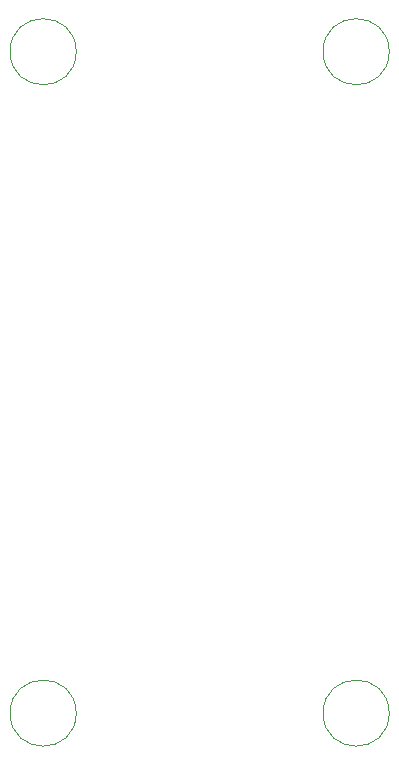
<source format=gko>
G04*
G04 #@! TF.GenerationSoftware,Altium Limited,Altium Designer,21.6.4 (81)*
G04*
G04 Layer_Color=16711935*
%FSLAX44Y44*%
%MOMM*%
G71*
G04*
G04 #@! TF.SameCoordinates,CE7750B5-B6F3-47FA-9723-5704EF157F2E*
G04*
G04*
G04 #@! TF.FilePolarity,Positive*
G04*
G01*
G75*
%ADD13C,0.1000*%
D13*
X323000Y590000D02*
G03*
X323000Y590000I-28000J0D01*
G01*
X58000D02*
G03*
X58000Y590000I-28000J0D01*
G01*
X323000Y30000D02*
G03*
X323000Y30000I-28000J0D01*
G01*
X58000D02*
G03*
X58000Y30000I-28000J0D01*
G01*
M02*

</source>
